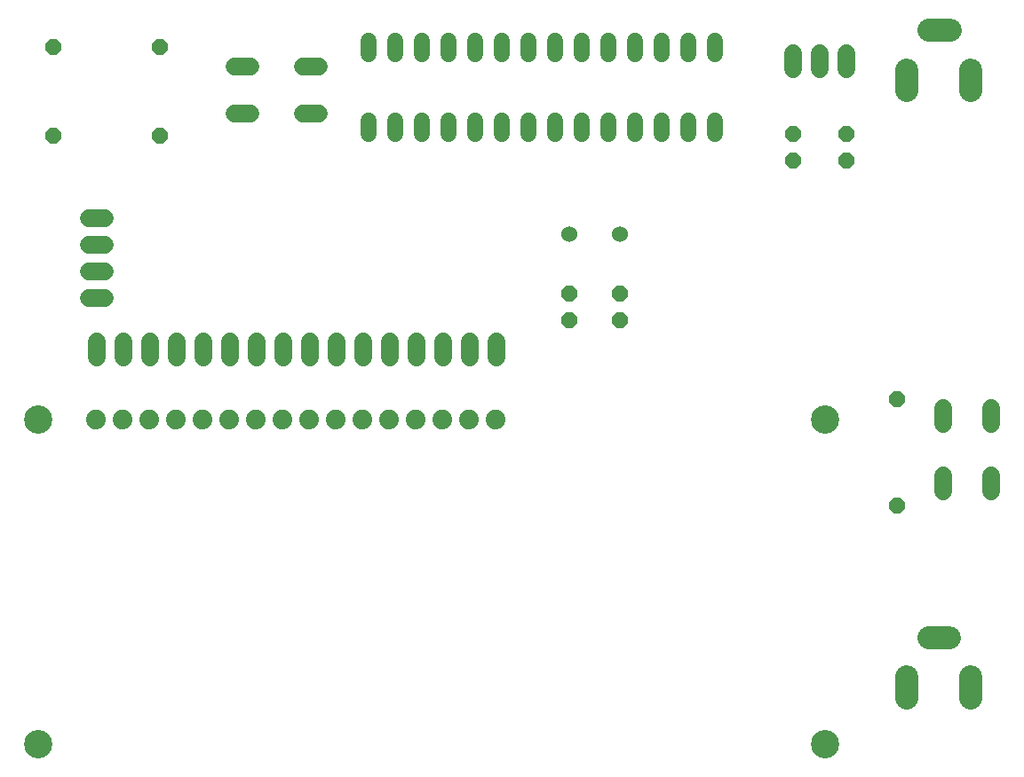
<source format=gbr>
G04 EAGLE Gerber RS-274X export*
G75*
%MOMM*%
%FSLAX34Y34*%
%LPD*%
%INSoldermask Top*%
%IPPOS*%
%AMOC8*
5,1,8,0,0,1.08239X$1,22.5*%
G01*
%ADD10P,1.649562X8X112.500000*%
%ADD11C,1.524000*%
%ADD12C,1.727200*%
%ADD13C,1.524000*%
%ADD14P,1.649562X8X202.500000*%
%ADD15P,1.649562X8X292.500000*%
%ADD16P,1.649562X8X22.500000*%
%ADD17C,1.879600*%
%ADD18C,2.703200*%
%ADD19C,2.203200*%


D10*
X744920Y583830D03*
X744920Y609230D03*
X795720Y583830D03*
X795720Y609230D03*
X579630Y431440D03*
X579630Y456840D03*
X531230Y431440D03*
X531230Y456840D03*
D11*
X340380Y608496D02*
X340380Y621704D01*
X365780Y621704D02*
X365780Y608496D01*
X391180Y608496D02*
X391180Y621704D01*
X416580Y621704D02*
X416580Y608496D01*
X441980Y608496D02*
X441980Y621704D01*
X467380Y621704D02*
X467380Y608496D01*
X492780Y608496D02*
X492780Y621704D01*
X518180Y621704D02*
X518180Y608496D01*
X543580Y608496D02*
X543580Y621704D01*
X568980Y621704D02*
X568980Y608496D01*
X594380Y608496D02*
X594380Y621704D01*
X619780Y621704D02*
X619780Y608496D01*
X645180Y608496D02*
X645180Y621704D01*
X670580Y621704D02*
X670580Y608496D01*
X670580Y684696D02*
X670580Y697904D01*
X645180Y697904D02*
X645180Y684696D01*
X619780Y684696D02*
X619780Y697904D01*
X594380Y697904D02*
X594380Y684696D01*
X568980Y684696D02*
X568980Y697904D01*
X543580Y697904D02*
X543580Y684696D01*
X518180Y684696D02*
X518180Y697904D01*
X492780Y697904D02*
X492780Y684696D01*
X467380Y684696D02*
X467380Y697904D01*
X441980Y697904D02*
X441980Y684696D01*
X416580Y684696D02*
X416580Y697904D01*
X391180Y697904D02*
X391180Y684696D01*
X365780Y684696D02*
X365780Y697904D01*
X340380Y697904D02*
X340380Y684696D01*
D12*
X744920Y686210D02*
X744920Y670970D01*
X770320Y670970D02*
X770320Y686210D01*
X795720Y686210D02*
X795720Y670970D01*
D13*
X579630Y513080D03*
X531370Y513080D03*
D12*
X227558Y673346D02*
X212318Y673346D01*
X212318Y628134D02*
X227558Y628134D01*
X277342Y673346D02*
X292582Y673346D01*
X292582Y628134D02*
X277342Y628134D01*
D14*
X141340Y607250D03*
X39740Y607250D03*
D12*
X888244Y282588D02*
X888244Y267348D01*
X933456Y267348D02*
X933456Y282588D01*
X888244Y332372D02*
X888244Y347612D01*
X933456Y347612D02*
X933456Y332372D01*
D15*
X843710Y355690D03*
X843710Y254090D03*
D16*
X39920Y691630D03*
X141520Y691630D03*
D17*
X80700Y336230D03*
X106100Y336230D03*
X131500Y336230D03*
X156900Y336230D03*
X182300Y336230D03*
X207700Y336230D03*
X233100Y336230D03*
X258500Y336230D03*
X283900Y336230D03*
X309300Y336230D03*
X334700Y336230D03*
X360100Y336230D03*
X385500Y336230D03*
X410900Y336230D03*
X436300Y336230D03*
X461700Y336230D03*
D18*
X25700Y26230D03*
X775700Y26230D03*
X25700Y336230D03*
X775700Y336230D03*
D12*
X461910Y395420D02*
X461910Y410660D01*
X436510Y410660D02*
X436510Y395420D01*
X411110Y395420D02*
X411110Y410660D01*
X385710Y410660D02*
X385710Y395420D01*
X360310Y395420D02*
X360310Y410660D01*
X334910Y410660D02*
X334910Y395420D01*
X309510Y395420D02*
X309510Y410660D01*
X284110Y410660D02*
X284110Y395420D01*
X258710Y395420D02*
X258710Y410660D01*
X233310Y410660D02*
X233310Y395420D01*
X207910Y395420D02*
X207910Y410660D01*
X182510Y410660D02*
X182510Y395420D01*
X157110Y395420D02*
X157110Y410660D01*
X131710Y410660D02*
X131710Y395420D01*
X106310Y395420D02*
X106310Y410660D01*
X80910Y410660D02*
X80910Y395420D01*
X73660Y452670D02*
X88900Y452670D01*
X88900Y478070D02*
X73660Y478070D01*
X73660Y503470D02*
X88900Y503470D01*
X88900Y528870D02*
X73660Y528870D01*
D19*
X853330Y90300D02*
X853330Y70300D01*
X914330Y70300D02*
X914330Y90300D01*
X894330Y128300D02*
X874330Y128300D01*
X853450Y650010D02*
X853450Y670010D01*
X914450Y670010D02*
X914450Y650010D01*
X894450Y708010D02*
X874450Y708010D01*
M02*

</source>
